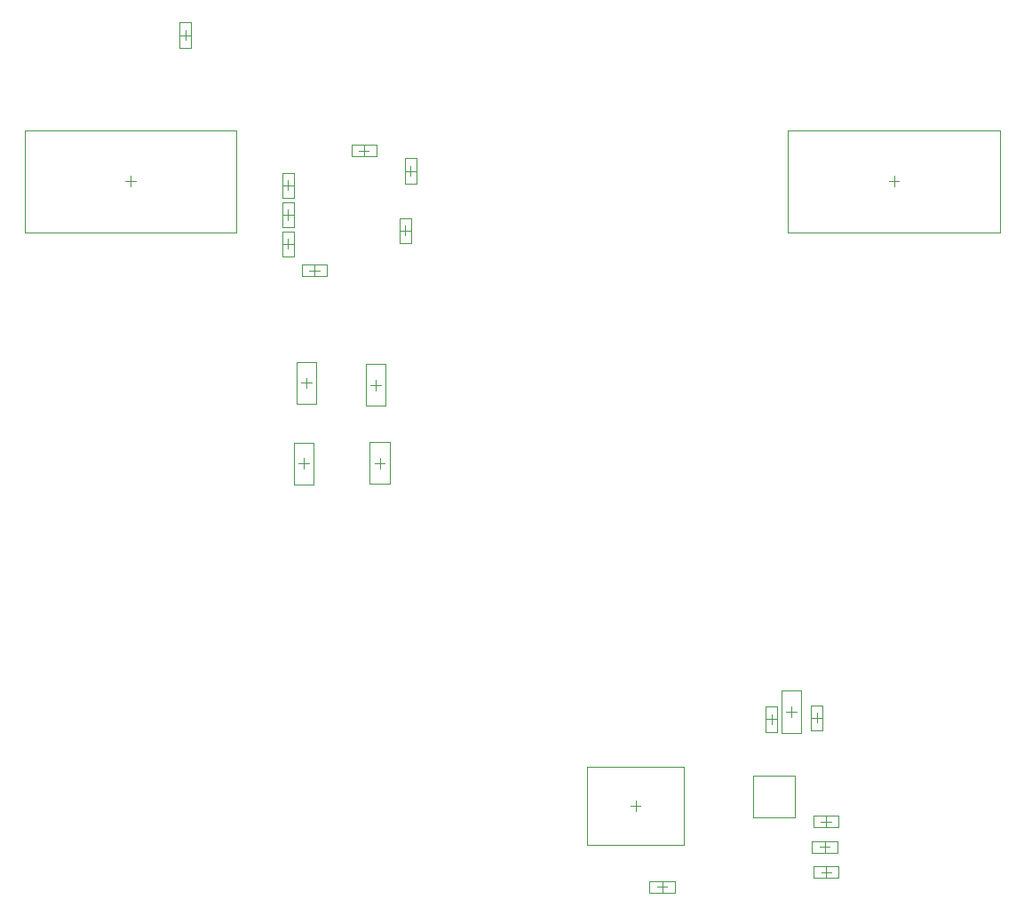
<source format=gbr>
%TF.GenerationSoftware,Altium Limited,Altium Designer,24.1.2 (44)*%
G04 Layer_Color=32768*
%FSLAX45Y45*%
%MOMM*%
%TF.SameCoordinates,E01E6690-4C2E-4FB1-AE08-5A5A66155338*%
%TF.FilePolarity,Positive*%
%TF.FileFunction,Other,Mechanical_15*%
%TF.Part,Single*%
G01*
G75*
%TA.AperFunction,NonConductor*%
%ADD50C,0.10000*%
%ADD85C,0.05000*%
D50*
X7576200Y9660499D02*
Y9770501D01*
X7816200Y9660499D02*
Y9770501D01*
X7576200D02*
X7816200D01*
X7576200Y9660499D02*
X7816200D01*
X7648702Y9715500D02*
X7743698D01*
X7696200Y9668002D02*
Y9762998D01*
X7387199Y9849500D02*
X7497201D01*
X7387199Y10089500D02*
X7497201D01*
X7387199Y9849500D02*
Y10089500D01*
X7497201Y9849500D02*
Y10089500D01*
X7442200Y9922002D02*
Y10016998D01*
X7394702Y9969500D02*
X7489698D01*
X7387199Y10127701D02*
X7497201D01*
X7387199Y10367701D02*
X7497201D01*
X7387199Y10127701D02*
Y10367701D01*
X7497201Y10127701D02*
Y10367701D01*
X7442200Y10200198D02*
Y10295199D01*
X7394702Y10247701D02*
X7489698D01*
X7387199Y10648300D02*
X7497201D01*
X7387199Y10408300D02*
X7497201D01*
Y10648300D01*
X7387199Y10408300D02*
Y10648300D01*
X7442200Y10480802D02*
Y10575798D01*
X7394702Y10528300D02*
X7489698D01*
X8555599Y10786801D02*
X8665601D01*
X8555599Y10546801D02*
X8665601D01*
Y10786801D01*
X8555599Y10546801D02*
Y10786801D01*
X8610600Y10619298D02*
Y10714299D01*
X8563102Y10666801D02*
X8658098D01*
X8504799Y9976500D02*
X8614801D01*
X8504799Y10216500D02*
X8614801D01*
X8504799Y9976500D02*
Y10216500D01*
X8614801Y9976500D02*
Y10216500D01*
X8559800Y10049002D02*
Y10143998D01*
X8512302Y10096500D02*
X8607298D01*
X11130900Y3780399D02*
Y3890401D01*
X10890900Y3780399D02*
Y3890401D01*
Y3780399D02*
X11130900D01*
X10890900Y3890401D02*
X11130900D01*
X10963402Y3835400D02*
X11058398D01*
X11010900Y3787902D02*
Y3882898D01*
X12454199Y3920099D02*
Y4030101D01*
X12694199Y3920099D02*
Y4030101D01*
X12454199D02*
X12694199D01*
X12454199Y3920099D02*
X12694199D01*
X12526701Y3975100D02*
X12621702D01*
X12574199Y3927602D02*
Y4022598D01*
X12429099Y5329499D02*
X12539101D01*
X12429099Y5569499D02*
X12539101D01*
X12429099Y5329499D02*
Y5569499D01*
X12539101Y5329499D02*
Y5569499D01*
X12484100Y5402001D02*
Y5497002D01*
X12436602Y5449499D02*
X12531598D01*
X11997299Y5315600D02*
X12107301D01*
X11997299Y5555600D02*
X12107301D01*
X11997299Y5315600D02*
Y5555600D01*
X12107301Y5315600D02*
Y5555600D01*
X12052300Y5388102D02*
Y5483098D01*
X12004802Y5435600D02*
X12099798D01*
X12691801Y4402699D02*
Y4512701D01*
X12451801Y4402699D02*
Y4512701D01*
Y4402699D02*
X12691801D01*
X12451801Y4512701D02*
X12691801D01*
X12524298Y4457700D02*
X12619299D01*
X12571801Y4410202D02*
Y4505198D01*
X12680300Y4161399D02*
Y4271401D01*
X12440300Y4161399D02*
Y4271401D01*
Y4161399D02*
X12680300D01*
X12440300Y4271401D02*
X12680300D01*
X12512802Y4216400D02*
X12607798D01*
X12560300Y4168902D02*
Y4263898D01*
X7544598Y7874000D02*
X7644602D01*
X7594600Y7824003D02*
Y7924002D01*
X7689601Y7674000D02*
Y8074000D01*
X7499599Y7674000D02*
Y8074000D01*
X7689601D01*
X7499599Y7674000D02*
X7689601D01*
X8268503Y7878699D02*
X8368502D01*
X8318500Y7828702D02*
Y7928701D01*
X8223499Y7678699D02*
Y8078699D01*
X8413501Y7678699D02*
Y8078699D01*
X8223499Y7678699D02*
X8413501D01*
X8223499Y8078699D02*
X8413501D01*
X10706903Y4610100D02*
X10806902D01*
X10756900Y4560098D02*
Y4660102D01*
X6409299Y11842201D02*
X6519301D01*
X6409299Y12082201D02*
X6519301D01*
X6409299Y11842201D02*
Y12082201D01*
X6519301Y11842201D02*
Y12082201D01*
X6464300Y11914698D02*
Y12009699D01*
X6416802Y11962201D02*
X6511798D01*
X8287299Y10803499D02*
Y10913501D01*
X8047299Y10803499D02*
Y10913501D01*
Y10803499D02*
X8287299D01*
X8047299Y10913501D02*
X8287299D01*
X8119801Y10858500D02*
X8214802D01*
X8167299Y10811002D02*
Y10905998D01*
X12192803Y5507101D02*
X12292802D01*
X12242800Y5457099D02*
Y5557098D01*
X12147799Y5307101D02*
Y5707101D01*
X12337801Y5307101D02*
Y5707101D01*
X12147799Y5307101D02*
X12337801D01*
X12147799Y5707101D02*
X12337801D01*
X13170703Y10566400D02*
X13270702D01*
X13220700Y10516403D02*
Y10616402D01*
X5893603Y10566400D02*
X5993602D01*
X5943600Y10516403D02*
Y10616402D01*
X7569998Y8644001D02*
X7670002D01*
X7620000Y8593999D02*
Y8693998D01*
X7715001Y8444001D02*
Y8844001D01*
X7524999Y8444001D02*
Y8844001D01*
X7715001D01*
X7524999Y8444001D02*
X7715001D01*
X8230403Y8623300D02*
X8330402D01*
X8280400Y8573303D02*
Y8673302D01*
X8185399Y8423300D02*
Y8823300D01*
X8375401Y8423300D02*
Y8823300D01*
X8185399Y8423300D02*
X8375401D01*
X8185399Y8823300D02*
X8375401D01*
D85*
X12277700Y4499000D02*
Y4899000D01*
X11877700Y4499000D02*
Y4899000D01*
Y4499000D02*
X12277700D01*
X11877700Y4899000D02*
X12277700D01*
X11221898Y4235099D02*
Y4985101D01*
X10291902Y4235099D02*
Y4985101D01*
X11221898D01*
X10291902Y4235099D02*
X11221898D01*
X12210699Y10081402D02*
Y11051398D01*
X14230701Y10081402D02*
Y11051398D01*
X12210699Y10081402D02*
X14230701D01*
X12210699Y11051398D02*
X14230701D01*
X4933599Y10081402D02*
Y11051398D01*
X6953601Y10081402D02*
Y11051398D01*
X4933599Y10081402D02*
X6953601D01*
X4933599Y11051398D02*
X6953601D01*
%TF.MD5,8331e50997ae2ae5f6dfdf465a802905*%
M02*

</source>
